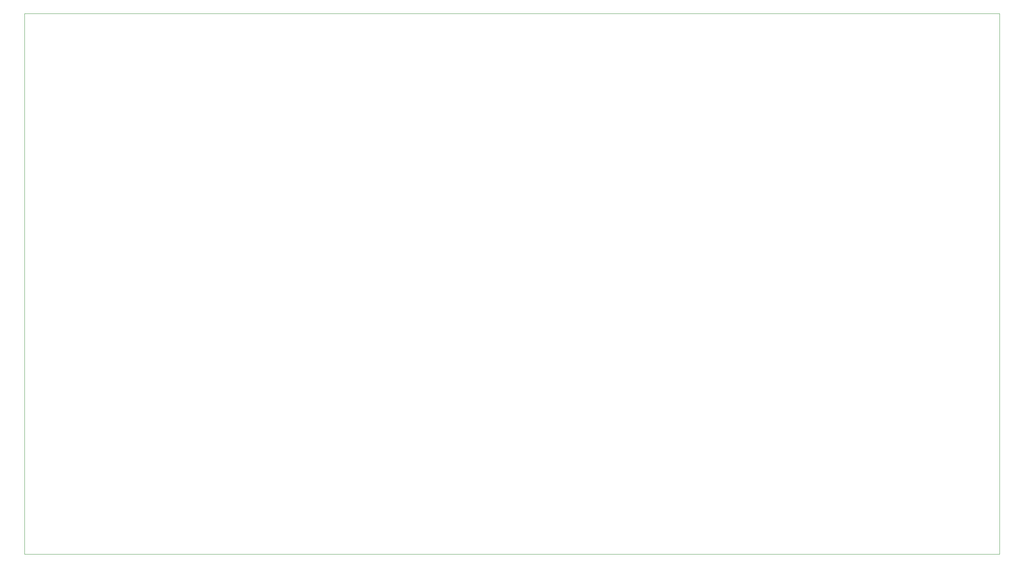
<source format=gbr>
%TF.GenerationSoftware,KiCad,Pcbnew,7.0.7*%
%TF.CreationDate,2023-10-28T12:22:14-07:00*%
%TF.ProjectId,MF50,4d463530-2e6b-4696-9361-645f70636258,rev?*%
%TF.SameCoordinates,Original*%
%TF.FileFunction,Profile,NP*%
%FSLAX46Y46*%
G04 Gerber Fmt 4.6, Leading zero omitted, Abs format (unit mm)*
G04 Created by KiCad (PCBNEW 7.0.7) date 2023-10-28 12:22:14*
%MOMM*%
%LPD*%
G01*
G04 APERTURE LIST*
%TA.AperFunction,Profile*%
%ADD10C,0.100000*%
%TD*%
G04 APERTURE END LIST*
D10*
X402740000Y-50980000D02*
X176800000Y-50980000D01*
X176800000Y-176300000D02*
X402740000Y-176300000D01*
X176800000Y-176300000D02*
X176800000Y-50980000D01*
X402740000Y-176300000D02*
X402740000Y-50980000D01*
M02*

</source>
